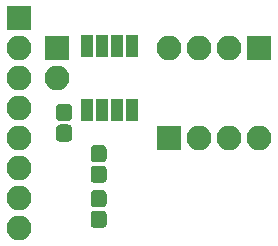
<source format=gbr>
G04 #@! TF.GenerationSoftware,KiCad,Pcbnew,(5.0.0-rc2-178-g3c7b91b96)*
G04 #@! TF.CreationDate,2018-08-09T16:31:39+02:00*
G04 #@! TF.ProjectId,pcb3,706362332E6B696361645F7063620000,rev?*
G04 #@! TF.SameCoordinates,Original*
G04 #@! TF.FileFunction,Soldermask,Top*
G04 #@! TF.FilePolarity,Negative*
%FSLAX46Y46*%
G04 Gerber Fmt 4.6, Leading zero omitted, Abs format (unit mm)*
G04 Created by KiCad (PCBNEW (5.0.0-rc2-178-g3c7b91b96)) date 08/09/18 16:31:39*
%MOMM*%
%LPD*%
G01*
G04 APERTURE LIST*
%ADD10C,0.100000*%
%ADD11C,1.350000*%
%ADD12R,2.100000X2.100000*%
%ADD13O,2.100000X2.100000*%
%ADD14R,1.000000X1.950000*%
G04 APERTURE END LIST*
D10*
G04 #@! TO.C,C1*
G36*
X113400581Y-72061625D02*
X113433343Y-72066485D01*
X113465471Y-72074533D01*
X113496656Y-72085691D01*
X113526596Y-72099852D01*
X113555005Y-72116879D01*
X113581608Y-72136609D01*
X113606149Y-72158851D01*
X113628391Y-72183392D01*
X113648121Y-72209995D01*
X113665148Y-72238404D01*
X113679309Y-72268344D01*
X113690467Y-72299529D01*
X113698515Y-72331657D01*
X113703375Y-72364419D01*
X113705000Y-72397500D01*
X113705000Y-73172500D01*
X113703375Y-73205581D01*
X113698515Y-73238343D01*
X113690467Y-73270471D01*
X113679309Y-73301656D01*
X113665148Y-73331596D01*
X113648121Y-73360005D01*
X113628391Y-73386608D01*
X113606149Y-73411149D01*
X113581608Y-73433391D01*
X113555005Y-73453121D01*
X113526596Y-73470148D01*
X113496656Y-73484309D01*
X113465471Y-73495467D01*
X113433343Y-73503515D01*
X113400581Y-73508375D01*
X113367500Y-73510000D01*
X112692500Y-73510000D01*
X112659419Y-73508375D01*
X112626657Y-73503515D01*
X112594529Y-73495467D01*
X112563344Y-73484309D01*
X112533404Y-73470148D01*
X112504995Y-73453121D01*
X112478392Y-73433391D01*
X112453851Y-73411149D01*
X112431609Y-73386608D01*
X112411879Y-73360005D01*
X112394852Y-73331596D01*
X112380691Y-73301656D01*
X112369533Y-73270471D01*
X112361485Y-73238343D01*
X112356625Y-73205581D01*
X112355000Y-73172500D01*
X112355000Y-72397500D01*
X112356625Y-72364419D01*
X112361485Y-72331657D01*
X112369533Y-72299529D01*
X112380691Y-72268344D01*
X112394852Y-72238404D01*
X112411879Y-72209995D01*
X112431609Y-72183392D01*
X112453851Y-72158851D01*
X112478392Y-72136609D01*
X112504995Y-72116879D01*
X112533404Y-72099852D01*
X112563344Y-72085691D01*
X112594529Y-72074533D01*
X112626657Y-72066485D01*
X112659419Y-72061625D01*
X112692500Y-72060000D01*
X113367500Y-72060000D01*
X113400581Y-72061625D01*
X113400581Y-72061625D01*
G37*
D11*
X113030000Y-72785000D03*
D10*
G36*
X113400581Y-73811625D02*
X113433343Y-73816485D01*
X113465471Y-73824533D01*
X113496656Y-73835691D01*
X113526596Y-73849852D01*
X113555005Y-73866879D01*
X113581608Y-73886609D01*
X113606149Y-73908851D01*
X113628391Y-73933392D01*
X113648121Y-73959995D01*
X113665148Y-73988404D01*
X113679309Y-74018344D01*
X113690467Y-74049529D01*
X113698515Y-74081657D01*
X113703375Y-74114419D01*
X113705000Y-74147500D01*
X113705000Y-74922500D01*
X113703375Y-74955581D01*
X113698515Y-74988343D01*
X113690467Y-75020471D01*
X113679309Y-75051656D01*
X113665148Y-75081596D01*
X113648121Y-75110005D01*
X113628391Y-75136608D01*
X113606149Y-75161149D01*
X113581608Y-75183391D01*
X113555005Y-75203121D01*
X113526596Y-75220148D01*
X113496656Y-75234309D01*
X113465471Y-75245467D01*
X113433343Y-75253515D01*
X113400581Y-75258375D01*
X113367500Y-75260000D01*
X112692500Y-75260000D01*
X112659419Y-75258375D01*
X112626657Y-75253515D01*
X112594529Y-75245467D01*
X112563344Y-75234309D01*
X112533404Y-75220148D01*
X112504995Y-75203121D01*
X112478392Y-75183391D01*
X112453851Y-75161149D01*
X112431609Y-75136608D01*
X112411879Y-75110005D01*
X112394852Y-75081596D01*
X112380691Y-75051656D01*
X112369533Y-75020471D01*
X112361485Y-74988343D01*
X112356625Y-74955581D01*
X112355000Y-74922500D01*
X112355000Y-74147500D01*
X112356625Y-74114419D01*
X112361485Y-74081657D01*
X112369533Y-74049529D01*
X112380691Y-74018344D01*
X112394852Y-73988404D01*
X112411879Y-73959995D01*
X112431609Y-73933392D01*
X112453851Y-73908851D01*
X112478392Y-73886609D01*
X112504995Y-73866879D01*
X112533404Y-73849852D01*
X112563344Y-73835691D01*
X112594529Y-73824533D01*
X112626657Y-73816485D01*
X112659419Y-73811625D01*
X112692500Y-73810000D01*
X113367500Y-73810000D01*
X113400581Y-73811625D01*
X113400581Y-73811625D01*
G37*
D11*
X113030000Y-74535000D03*
G04 #@! TD*
D12*
G04 #@! TO.C,J4*
X112395000Y-67310000D03*
D13*
X112395000Y-69850000D03*
G04 #@! TD*
D14*
G04 #@! TO.C,U1*
X114935000Y-72550000D03*
X116205000Y-72550000D03*
X117475000Y-72550000D03*
X118745000Y-72550000D03*
X118745000Y-67150000D03*
X117475000Y-67150000D03*
X116205000Y-67150000D03*
X114935000Y-67150000D03*
G04 #@! TD*
D12*
G04 #@! TO.C,J2*
X129540000Y-67310000D03*
D13*
X127000000Y-67310000D03*
X124460000Y-67310000D03*
X121920000Y-67310000D03*
G04 #@! TD*
D12*
G04 #@! TO.C,J3*
X121920000Y-74930000D03*
D13*
X124460000Y-74930000D03*
X127000000Y-74930000D03*
X129540000Y-74930000D03*
G04 #@! TD*
D12*
G04 #@! TO.C,J1*
X109220000Y-64770000D03*
D13*
X109220000Y-67310000D03*
X109220000Y-69850000D03*
X109220000Y-72390000D03*
X109220000Y-74930000D03*
X109220000Y-77470000D03*
X109220000Y-80010000D03*
X109220000Y-82550000D03*
G04 #@! TD*
D10*
G04 #@! TO.C,R2*
G36*
X116323811Y-75553484D02*
X116356573Y-75558344D01*
X116388701Y-75566392D01*
X116419886Y-75577550D01*
X116449826Y-75591711D01*
X116478235Y-75608738D01*
X116504838Y-75628468D01*
X116529379Y-75650710D01*
X116551621Y-75675251D01*
X116571351Y-75701854D01*
X116588378Y-75730263D01*
X116602539Y-75760203D01*
X116613697Y-75791388D01*
X116621745Y-75823516D01*
X116626605Y-75856278D01*
X116628230Y-75889359D01*
X116628230Y-76664359D01*
X116626605Y-76697440D01*
X116621745Y-76730202D01*
X116613697Y-76762330D01*
X116602539Y-76793515D01*
X116588378Y-76823455D01*
X116571351Y-76851864D01*
X116551621Y-76878467D01*
X116529379Y-76903008D01*
X116504838Y-76925250D01*
X116478235Y-76944980D01*
X116449826Y-76962007D01*
X116419886Y-76976168D01*
X116388701Y-76987326D01*
X116356573Y-76995374D01*
X116323811Y-77000234D01*
X116290730Y-77001859D01*
X115615730Y-77001859D01*
X115582649Y-77000234D01*
X115549887Y-76995374D01*
X115517759Y-76987326D01*
X115486574Y-76976168D01*
X115456634Y-76962007D01*
X115428225Y-76944980D01*
X115401622Y-76925250D01*
X115377081Y-76903008D01*
X115354839Y-76878467D01*
X115335109Y-76851864D01*
X115318082Y-76823455D01*
X115303921Y-76793515D01*
X115292763Y-76762330D01*
X115284715Y-76730202D01*
X115279855Y-76697440D01*
X115278230Y-76664359D01*
X115278230Y-75889359D01*
X115279855Y-75856278D01*
X115284715Y-75823516D01*
X115292763Y-75791388D01*
X115303921Y-75760203D01*
X115318082Y-75730263D01*
X115335109Y-75701854D01*
X115354839Y-75675251D01*
X115377081Y-75650710D01*
X115401622Y-75628468D01*
X115428225Y-75608738D01*
X115456634Y-75591711D01*
X115486574Y-75577550D01*
X115517759Y-75566392D01*
X115549887Y-75558344D01*
X115582649Y-75553484D01*
X115615730Y-75551859D01*
X116290730Y-75551859D01*
X116323811Y-75553484D01*
X116323811Y-75553484D01*
G37*
D11*
X115953230Y-76276859D03*
D10*
G36*
X116323811Y-77303484D02*
X116356573Y-77308344D01*
X116388701Y-77316392D01*
X116419886Y-77327550D01*
X116449826Y-77341711D01*
X116478235Y-77358738D01*
X116504838Y-77378468D01*
X116529379Y-77400710D01*
X116551621Y-77425251D01*
X116571351Y-77451854D01*
X116588378Y-77480263D01*
X116602539Y-77510203D01*
X116613697Y-77541388D01*
X116621745Y-77573516D01*
X116626605Y-77606278D01*
X116628230Y-77639359D01*
X116628230Y-78414359D01*
X116626605Y-78447440D01*
X116621745Y-78480202D01*
X116613697Y-78512330D01*
X116602539Y-78543515D01*
X116588378Y-78573455D01*
X116571351Y-78601864D01*
X116551621Y-78628467D01*
X116529379Y-78653008D01*
X116504838Y-78675250D01*
X116478235Y-78694980D01*
X116449826Y-78712007D01*
X116419886Y-78726168D01*
X116388701Y-78737326D01*
X116356573Y-78745374D01*
X116323811Y-78750234D01*
X116290730Y-78751859D01*
X115615730Y-78751859D01*
X115582649Y-78750234D01*
X115549887Y-78745374D01*
X115517759Y-78737326D01*
X115486574Y-78726168D01*
X115456634Y-78712007D01*
X115428225Y-78694980D01*
X115401622Y-78675250D01*
X115377081Y-78653008D01*
X115354839Y-78628467D01*
X115335109Y-78601864D01*
X115318082Y-78573455D01*
X115303921Y-78543515D01*
X115292763Y-78512330D01*
X115284715Y-78480202D01*
X115279855Y-78447440D01*
X115278230Y-78414359D01*
X115278230Y-77639359D01*
X115279855Y-77606278D01*
X115284715Y-77573516D01*
X115292763Y-77541388D01*
X115303921Y-77510203D01*
X115318082Y-77480263D01*
X115335109Y-77451854D01*
X115354839Y-77425251D01*
X115377081Y-77400710D01*
X115401622Y-77378468D01*
X115428225Y-77358738D01*
X115456634Y-77341711D01*
X115486574Y-77327550D01*
X115517759Y-77316392D01*
X115549887Y-77308344D01*
X115582649Y-77303484D01*
X115615730Y-77301859D01*
X116290730Y-77301859D01*
X116323811Y-77303484D01*
X116323811Y-77303484D01*
G37*
D11*
X115953230Y-78026859D03*
G04 #@! TD*
D10*
G04 #@! TO.C,R1*
G36*
X116323811Y-79363484D02*
X116356573Y-79368344D01*
X116388701Y-79376392D01*
X116419886Y-79387550D01*
X116449826Y-79401711D01*
X116478235Y-79418738D01*
X116504838Y-79438468D01*
X116529379Y-79460710D01*
X116551621Y-79485251D01*
X116571351Y-79511854D01*
X116588378Y-79540263D01*
X116602539Y-79570203D01*
X116613697Y-79601388D01*
X116621745Y-79633516D01*
X116626605Y-79666278D01*
X116628230Y-79699359D01*
X116628230Y-80474359D01*
X116626605Y-80507440D01*
X116621745Y-80540202D01*
X116613697Y-80572330D01*
X116602539Y-80603515D01*
X116588378Y-80633455D01*
X116571351Y-80661864D01*
X116551621Y-80688467D01*
X116529379Y-80713008D01*
X116504838Y-80735250D01*
X116478235Y-80754980D01*
X116449826Y-80772007D01*
X116419886Y-80786168D01*
X116388701Y-80797326D01*
X116356573Y-80805374D01*
X116323811Y-80810234D01*
X116290730Y-80811859D01*
X115615730Y-80811859D01*
X115582649Y-80810234D01*
X115549887Y-80805374D01*
X115517759Y-80797326D01*
X115486574Y-80786168D01*
X115456634Y-80772007D01*
X115428225Y-80754980D01*
X115401622Y-80735250D01*
X115377081Y-80713008D01*
X115354839Y-80688467D01*
X115335109Y-80661864D01*
X115318082Y-80633455D01*
X115303921Y-80603515D01*
X115292763Y-80572330D01*
X115284715Y-80540202D01*
X115279855Y-80507440D01*
X115278230Y-80474359D01*
X115278230Y-79699359D01*
X115279855Y-79666278D01*
X115284715Y-79633516D01*
X115292763Y-79601388D01*
X115303921Y-79570203D01*
X115318082Y-79540263D01*
X115335109Y-79511854D01*
X115354839Y-79485251D01*
X115377081Y-79460710D01*
X115401622Y-79438468D01*
X115428225Y-79418738D01*
X115456634Y-79401711D01*
X115486574Y-79387550D01*
X115517759Y-79376392D01*
X115549887Y-79368344D01*
X115582649Y-79363484D01*
X115615730Y-79361859D01*
X116290730Y-79361859D01*
X116323811Y-79363484D01*
X116323811Y-79363484D01*
G37*
D11*
X115953230Y-80086859D03*
D10*
G36*
X116323811Y-81113484D02*
X116356573Y-81118344D01*
X116388701Y-81126392D01*
X116419886Y-81137550D01*
X116449826Y-81151711D01*
X116478235Y-81168738D01*
X116504838Y-81188468D01*
X116529379Y-81210710D01*
X116551621Y-81235251D01*
X116571351Y-81261854D01*
X116588378Y-81290263D01*
X116602539Y-81320203D01*
X116613697Y-81351388D01*
X116621745Y-81383516D01*
X116626605Y-81416278D01*
X116628230Y-81449359D01*
X116628230Y-82224359D01*
X116626605Y-82257440D01*
X116621745Y-82290202D01*
X116613697Y-82322330D01*
X116602539Y-82353515D01*
X116588378Y-82383455D01*
X116571351Y-82411864D01*
X116551621Y-82438467D01*
X116529379Y-82463008D01*
X116504838Y-82485250D01*
X116478235Y-82504980D01*
X116449826Y-82522007D01*
X116419886Y-82536168D01*
X116388701Y-82547326D01*
X116356573Y-82555374D01*
X116323811Y-82560234D01*
X116290730Y-82561859D01*
X115615730Y-82561859D01*
X115582649Y-82560234D01*
X115549887Y-82555374D01*
X115517759Y-82547326D01*
X115486574Y-82536168D01*
X115456634Y-82522007D01*
X115428225Y-82504980D01*
X115401622Y-82485250D01*
X115377081Y-82463008D01*
X115354839Y-82438467D01*
X115335109Y-82411864D01*
X115318082Y-82383455D01*
X115303921Y-82353515D01*
X115292763Y-82322330D01*
X115284715Y-82290202D01*
X115279855Y-82257440D01*
X115278230Y-82224359D01*
X115278230Y-81449359D01*
X115279855Y-81416278D01*
X115284715Y-81383516D01*
X115292763Y-81351388D01*
X115303921Y-81320203D01*
X115318082Y-81290263D01*
X115335109Y-81261854D01*
X115354839Y-81235251D01*
X115377081Y-81210710D01*
X115401622Y-81188468D01*
X115428225Y-81168738D01*
X115456634Y-81151711D01*
X115486574Y-81137550D01*
X115517759Y-81126392D01*
X115549887Y-81118344D01*
X115582649Y-81113484D01*
X115615730Y-81111859D01*
X116290730Y-81111859D01*
X116323811Y-81113484D01*
X116323811Y-81113484D01*
G37*
D11*
X115953230Y-81836859D03*
G04 #@! TD*
M02*

</source>
